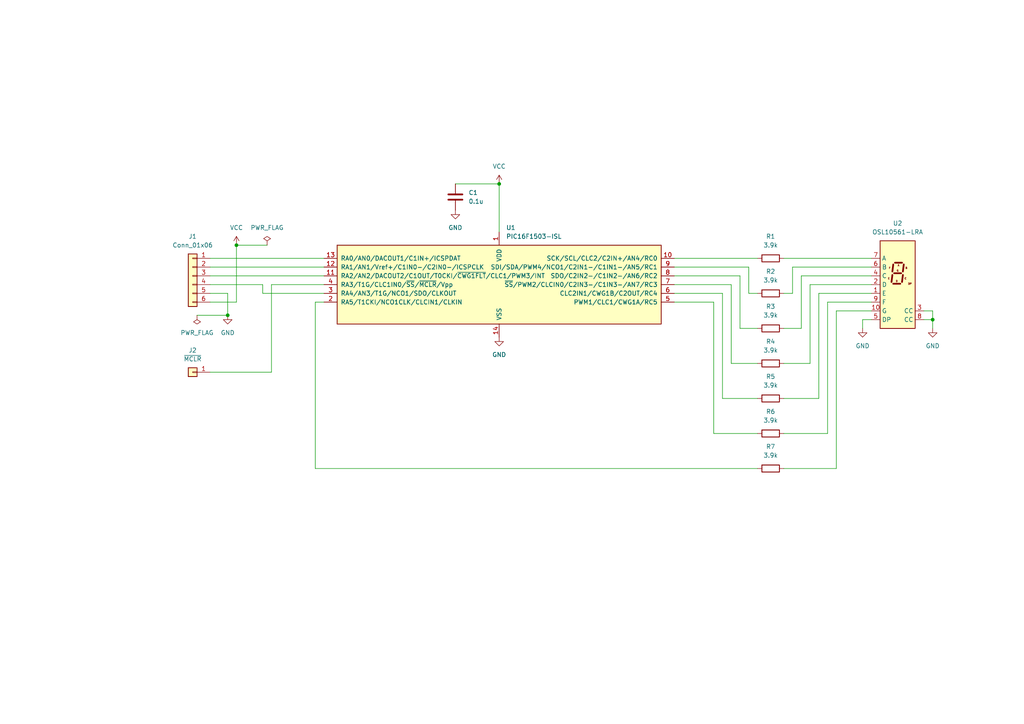
<source format=kicad_sch>
(kicad_sch (version 20211123) (generator eeschema)

  (uuid e63e39d7-6ac0-4ffd-8aa3-1841a4541b55)

  (paper "A4")

  (title_block
    (title "1-Digit 7seg Board")
    (rev "v1.0")
  )

  (lib_symbols
    (symbol "Connector_Generic:Conn_01x01" (pin_names (offset 1.016) hide) (in_bom yes) (on_board yes)
      (property "Reference" "J" (id 0) (at 0 2.54 0)
        (effects (font (size 1.27 1.27)))
      )
      (property "Value" "Conn_01x01" (id 1) (at 0 -2.54 0)
        (effects (font (size 1.27 1.27)))
      )
      (property "Footprint" "" (id 2) (at 0 0 0)
        (effects (font (size 1.27 1.27)) hide)
      )
      (property "Datasheet" "~" (id 3) (at 0 0 0)
        (effects (font (size 1.27 1.27)) hide)
      )
      (property "ki_keywords" "connector" (id 4) (at 0 0 0)
        (effects (font (size 1.27 1.27)) hide)
      )
      (property "ki_description" "Generic connector, single row, 01x01, script generated (kicad-library-utils/schlib/autogen/connector/)" (id 5) (at 0 0 0)
        (effects (font (size 1.27 1.27)) hide)
      )
      (property "ki_fp_filters" "Connector*:*_1x??_*" (id 6) (at 0 0 0)
        (effects (font (size 1.27 1.27)) hide)
      )
      (symbol "Conn_01x01_1_1"
        (rectangle (start -1.27 0.127) (end 0 -0.127)
          (stroke (width 0.1524) (type default) (color 0 0 0 0))
          (fill (type none))
        )
        (rectangle (start -1.27 1.27) (end 1.27 -1.27)
          (stroke (width 0.254) (type default) (color 0 0 0 0))
          (fill (type background))
        )
        (pin passive line (at -5.08 0 0) (length 3.81)
          (name "Pin_1" (effects (font (size 1.27 1.27))))
          (number "1" (effects (font (size 1.27 1.27))))
        )
      )
    )
    (symbol "Connector_Generic:Conn_01x06" (pin_names (offset 1.016) hide) (in_bom yes) (on_board yes)
      (property "Reference" "J" (id 0) (at 0 7.62 0)
        (effects (font (size 1.27 1.27)))
      )
      (property "Value" "Conn_01x06" (id 1) (at 0 -10.16 0)
        (effects (font (size 1.27 1.27)))
      )
      (property "Footprint" "" (id 2) (at 0 0 0)
        (effects (font (size 1.27 1.27)) hide)
      )
      (property "Datasheet" "~" (id 3) (at 0 0 0)
        (effects (font (size 1.27 1.27)) hide)
      )
      (property "ki_keywords" "connector" (id 4) (at 0 0 0)
        (effects (font (size 1.27 1.27)) hide)
      )
      (property "ki_description" "Generic connector, single row, 01x06, script generated (kicad-library-utils/schlib/autogen/connector/)" (id 5) (at 0 0 0)
        (effects (font (size 1.27 1.27)) hide)
      )
      (property "ki_fp_filters" "Connector*:*_1x??_*" (id 6) (at 0 0 0)
        (effects (font (size 1.27 1.27)) hide)
      )
      (symbol "Conn_01x06_1_1"
        (rectangle (start -1.27 -7.493) (end 0 -7.747)
          (stroke (width 0.1524) (type default) (color 0 0 0 0))
          (fill (type none))
        )
        (rectangle (start -1.27 -4.953) (end 0 -5.207)
          (stroke (width 0.1524) (type default) (color 0 0 0 0))
          (fill (type none))
        )
        (rectangle (start -1.27 -2.413) (end 0 -2.667)
          (stroke (width 0.1524) (type default) (color 0 0 0 0))
          (fill (type none))
        )
        (rectangle (start -1.27 0.127) (end 0 -0.127)
          (stroke (width 0.1524) (type default) (color 0 0 0 0))
          (fill (type none))
        )
        (rectangle (start -1.27 2.667) (end 0 2.413)
          (stroke (width 0.1524) (type default) (color 0 0 0 0))
          (fill (type none))
        )
        (rectangle (start -1.27 5.207) (end 0 4.953)
          (stroke (width 0.1524) (type default) (color 0 0 0 0))
          (fill (type none))
        )
        (rectangle (start -1.27 6.35) (end 1.27 -8.89)
          (stroke (width 0.254) (type default) (color 0 0 0 0))
          (fill (type background))
        )
        (pin passive line (at -5.08 5.08 0) (length 3.81)
          (name "Pin_1" (effects (font (size 1.27 1.27))))
          (number "1" (effects (font (size 1.27 1.27))))
        )
        (pin passive line (at -5.08 2.54 0) (length 3.81)
          (name "Pin_2" (effects (font (size 1.27 1.27))))
          (number "2" (effects (font (size 1.27 1.27))))
        )
        (pin passive line (at -5.08 0 0) (length 3.81)
          (name "Pin_3" (effects (font (size 1.27 1.27))))
          (number "3" (effects (font (size 1.27 1.27))))
        )
        (pin passive line (at -5.08 -2.54 0) (length 3.81)
          (name "Pin_4" (effects (font (size 1.27 1.27))))
          (number "4" (effects (font (size 1.27 1.27))))
        )
        (pin passive line (at -5.08 -5.08 0) (length 3.81)
          (name "Pin_5" (effects (font (size 1.27 1.27))))
          (number "5" (effects (font (size 1.27 1.27))))
        )
        (pin passive line (at -5.08 -7.62 0) (length 3.81)
          (name "Pin_6" (effects (font (size 1.27 1.27))))
          (number "6" (effects (font (size 1.27 1.27))))
        )
      )
    )
    (symbol "Device:C" (pin_numbers hide) (pin_names (offset 0.254)) (in_bom yes) (on_board yes)
      (property "Reference" "C" (id 0) (at 0.635 2.54 0)
        (effects (font (size 1.27 1.27)) (justify left))
      )
      (property "Value" "C" (id 1) (at 0.635 -2.54 0)
        (effects (font (size 1.27 1.27)) (justify left))
      )
      (property "Footprint" "" (id 2) (at 0.9652 -3.81 0)
        (effects (font (size 1.27 1.27)) hide)
      )
      (property "Datasheet" "~" (id 3) (at 0 0 0)
        (effects (font (size 1.27 1.27)) hide)
      )
      (property "ki_keywords" "cap capacitor" (id 4) (at 0 0 0)
        (effects (font (size 1.27 1.27)) hide)
      )
      (property "ki_description" "Unpolarized capacitor" (id 5) (at 0 0 0)
        (effects (font (size 1.27 1.27)) hide)
      )
      (property "ki_fp_filters" "C_*" (id 6) (at 0 0 0)
        (effects (font (size 1.27 1.27)) hide)
      )
      (symbol "C_0_1"
        (polyline
          (pts
            (xy -2.032 -0.762)
            (xy 2.032 -0.762)
          )
          (stroke (width 0.508) (type default) (color 0 0 0 0))
          (fill (type none))
        )
        (polyline
          (pts
            (xy -2.032 0.762)
            (xy 2.032 0.762)
          )
          (stroke (width 0.508) (type default) (color 0 0 0 0))
          (fill (type none))
        )
      )
      (symbol "C_1_1"
        (pin passive line (at 0 3.81 270) (length 2.794)
          (name "~" (effects (font (size 1.27 1.27))))
          (number "1" (effects (font (size 1.27 1.27))))
        )
        (pin passive line (at 0 -3.81 90) (length 2.794)
          (name "~" (effects (font (size 1.27 1.27))))
          (number "2" (effects (font (size 1.27 1.27))))
        )
      )
    )
    (symbol "Device:R" (pin_numbers hide) (pin_names (offset 0)) (in_bom yes) (on_board yes)
      (property "Reference" "R" (id 0) (at 2.032 0 90)
        (effects (font (size 1.27 1.27)))
      )
      (property "Value" "R" (id 1) (at 0 0 90)
        (effects (font (size 1.27 1.27)))
      )
      (property "Footprint" "" (id 2) (at -1.778 0 90)
        (effects (font (size 1.27 1.27)) hide)
      )
      (property "Datasheet" "~" (id 3) (at 0 0 0)
        (effects (font (size 1.27 1.27)) hide)
      )
      (property "ki_keywords" "R res resistor" (id 4) (at 0 0 0)
        (effects (font (size 1.27 1.27)) hide)
      )
      (property "ki_description" "Resistor" (id 5) (at 0 0 0)
        (effects (font (size 1.27 1.27)) hide)
      )
      (property "ki_fp_filters" "R_*" (id 6) (at 0 0 0)
        (effects (font (size 1.27 1.27)) hide)
      )
      (symbol "R_0_1"
        (rectangle (start -1.016 -2.54) (end 1.016 2.54)
          (stroke (width 0.254) (type default) (color 0 0 0 0))
          (fill (type none))
        )
      )
      (symbol "R_1_1"
        (pin passive line (at 0 3.81 270) (length 1.27)
          (name "~" (effects (font (size 1.27 1.27))))
          (number "1" (effects (font (size 1.27 1.27))))
        )
        (pin passive line (at 0 -3.81 90) (length 1.27)
          (name "~" (effects (font (size 1.27 1.27))))
          (number "2" (effects (font (size 1.27 1.27))))
        )
      )
    )
    (symbol "Display_Character:D148K" (in_bom yes) (on_board yes)
      (property "Reference" "U" (id 0) (at -2.54 13.97 0)
        (effects (font (size 1.27 1.27)) (justify right))
      )
      (property "Value" "D148K" (id 1) (at 1.27 13.97 0)
        (effects (font (size 1.27 1.27)) (justify left))
      )
      (property "Footprint" "Display_7Segment:D1X8K" (id 2) (at 0 -15.24 0)
        (effects (font (size 1.27 1.27)) hide)
      )
      (property "Datasheet" "https://ia800903.us.archive.org/24/items/CTKD1x8K/Cromatek%20D168K.pdf" (id 3) (at -12.7 12.065 0)
        (effects (font (size 1.27 1.27)) (justify left) hide)
      )
      (property "ki_keywords" "display LED 7-segment" (id 4) (at 0 0 0)
        (effects (font (size 1.27 1.27)) hide)
      )
      (property "ki_description" "One digit 7 segment yellowish-green LED, low current, common cathode" (id 5) (at 0 0 0)
        (effects (font (size 1.27 1.27)) hide)
      )
      (property "ki_fp_filters" "D1X8K*" (id 6) (at 0 0 0)
        (effects (font (size 1.27 1.27)) hide)
      )
      (symbol "D148K_0_0"
        (text "A" (at 0.254 5.588 0)
          (effects (font (size 0.508 0.508)))
        )
        (text "B" (at 2.54 4.826 0)
          (effects (font (size 0.508 0.508)))
        )
        (text "C" (at 2.286 1.778 0)
          (effects (font (size 0.508 0.508)))
        )
        (text "D" (at -0.254 1.016 0)
          (effects (font (size 0.508 0.508)))
        )
        (text "DP" (at 3.556 0.254 0)
          (effects (font (size 0.508 0.508)))
        )
        (text "E" (at -2.54 1.778 0)
          (effects (font (size 0.508 0.508)))
        )
        (text "F" (at -2.286 4.826 0)
          (effects (font (size 0.508 0.508)))
        )
        (text "G" (at 0 4.064 0)
          (effects (font (size 0.508 0.508)))
        )
      )
      (symbol "D148K_0_1"
        (rectangle (start -5.08 12.7) (end 5.08 -12.7)
          (stroke (width 0.254) (type default) (color 0 0 0 0))
          (fill (type background))
        )
        (polyline
          (pts
            (xy -1.524 2.794)
            (xy -1.778 0.762)
          )
          (stroke (width 0.508) (type default) (color 0 0 0 0))
          (fill (type none))
        )
        (polyline
          (pts
            (xy -1.27 0.254)
            (xy 0.762 0.254)
          )
          (stroke (width 0.508) (type default) (color 0 0 0 0))
          (fill (type none))
        )
        (polyline
          (pts
            (xy -1.27 5.842)
            (xy -1.524 3.81)
          )
          (stroke (width 0.508) (type default) (color 0 0 0 0))
          (fill (type none))
        )
        (polyline
          (pts
            (xy -1.016 3.302)
            (xy 1.016 3.302)
          )
          (stroke (width 0.508) (type default) (color 0 0 0 0))
          (fill (type none))
        )
        (polyline
          (pts
            (xy -0.762 6.35)
            (xy 1.27 6.35)
          )
          (stroke (width 0.508) (type default) (color 0 0 0 0))
          (fill (type none))
        )
        (polyline
          (pts
            (xy 1.524 2.794)
            (xy 1.27 0.762)
          )
          (stroke (width 0.508) (type default) (color 0 0 0 0))
          (fill (type none))
        )
        (polyline
          (pts
            (xy 1.778 5.842)
            (xy 1.524 3.81)
          )
          (stroke (width 0.508) (type default) (color 0 0 0 0))
          (fill (type none))
        )
        (polyline
          (pts
            (xy 2.54 0.254)
            (xy 2.54 0.254)
          )
          (stroke (width 0.508) (type default) (color 0 0 0 0))
          (fill (type none))
        )
      )
      (symbol "D148K_1_1"
        (pin input line (at -7.62 -2.54 0) (length 2.54)
          (name "E" (effects (font (size 1.27 1.27))))
          (number "1" (effects (font (size 1.27 1.27))))
        )
        (pin input line (at -7.62 -7.62 0) (length 2.54)
          (name "G" (effects (font (size 1.27 1.27))))
          (number "10" (effects (font (size 1.27 1.27))))
        )
        (pin input line (at -7.62 0 0) (length 2.54)
          (name "D" (effects (font (size 1.27 1.27))))
          (number "2" (effects (font (size 1.27 1.27))))
        )
        (pin input line (at 7.62 -7.62 180) (length 2.54)
          (name "CC" (effects (font (size 1.27 1.27))))
          (number "3" (effects (font (size 1.27 1.27))))
        )
        (pin input line (at -7.62 2.54 0) (length 2.54)
          (name "C" (effects (font (size 1.27 1.27))))
          (number "4" (effects (font (size 1.27 1.27))))
        )
        (pin input line (at -7.62 -10.16 0) (length 2.54)
          (name "DP" (effects (font (size 1.27 1.27))))
          (number "5" (effects (font (size 1.27 1.27))))
        )
        (pin input line (at -7.62 5.08 0) (length 2.54)
          (name "B" (effects (font (size 1.27 1.27))))
          (number "6" (effects (font (size 1.27 1.27))))
        )
        (pin input line (at -7.62 7.62 0) (length 2.54)
          (name "A" (effects (font (size 1.27 1.27))))
          (number "7" (effects (font (size 1.27 1.27))))
        )
        (pin input line (at 7.62 -10.16 180) (length 2.54)
          (name "CC" (effects (font (size 1.27 1.27))))
          (number "8" (effects (font (size 1.27 1.27))))
        )
        (pin input line (at -7.62 -5.08 0) (length 2.54)
          (name "F" (effects (font (size 1.27 1.27))))
          (number "9" (effects (font (size 1.27 1.27))))
        )
      )
    )
    (symbol "MCU_Microchip_PIC16:PIC16F1503-ISL" (pin_names (offset 1.016)) (in_bom yes) (on_board yes)
      (property "Reference" "U" (id 0) (at -46.99 15.24 0)
        (effects (font (size 1.27 1.27)) (justify left))
      )
      (property "Value" "PIC16F1503-ISL" (id 1) (at -46.99 12.7 0)
        (effects (font (size 1.27 1.27)) (justify left))
      )
      (property "Footprint" "" (id 2) (at 0 0 0)
        (effects (font (size 1.27 1.27)) hide)
      )
      (property "Datasheet" "http://ww1.microchip.com/downloads/en/DeviceDoc/41607A.pdf" (id 3) (at 0 0 0)
        (effects (font (size 1.27 1.27)) hide)
      )
      (property "ki_keywords" "FLASH-Based 8-Bit CMOS Microcontroller Low Power" (id 4) (at 0 0 0)
        (effects (font (size 1.27 1.27)) hide)
      )
      (property "ki_description" "PIC16F1503, 2048W FLASH, 128B SRAM, SO-14" (id 5) (at 0 0 0)
        (effects (font (size 1.27 1.27)) hide)
      )
      (property "ki_fp_filters" "DIP* PDIP* SO*" (id 6) (at 0 0 0)
        (effects (font (size 1.27 1.27)) hide)
      )
      (symbol "PIC16F1503-ISL_0_1"
        (rectangle (start -46.99 11.43) (end 46.99 -11.43)
          (stroke (width 0.254) (type default) (color 0 0 0 0))
          (fill (type background))
        )
      )
      (symbol "PIC16F1503-ISL_1_1"
        (pin power_in line (at 0 15.24 270) (length 3.81)
          (name "VDD" (effects (font (size 1.27 1.27))))
          (number "1" (effects (font (size 1.27 1.27))))
        )
        (pin bidirectional line (at 50.8 7.62 180) (length 3.81)
          (name "SCK/SCL/CLC2/C2IN+/AN4/RC0" (effects (font (size 1.27 1.27))))
          (number "10" (effects (font (size 1.27 1.27))))
        )
        (pin bidirectional line (at -50.8 2.54 0) (length 3.81)
          (name "RA2/AN2/DACOUT2/C1OUT/T0CKI/~{CWG1FLT}/CLC1/PWM3/INT" (effects (font (size 1.27 1.27))))
          (number "11" (effects (font (size 1.27 1.27))))
        )
        (pin bidirectional line (at -50.8 5.08 0) (length 3.81)
          (name "RA1/AN1/Vref+/C1IN0-/C2IN0-/ICSPCLK" (effects (font (size 1.27 1.27))))
          (number "12" (effects (font (size 1.27 1.27))))
        )
        (pin bidirectional line (at -50.8 7.62 0) (length 3.81)
          (name "RA0/AN0/DACOUT1/C1IN+/ICSPDAT" (effects (font (size 1.27 1.27))))
          (number "13" (effects (font (size 1.27 1.27))))
        )
        (pin power_in line (at 0 -15.24 90) (length 3.81)
          (name "VSS" (effects (font (size 1.27 1.27))))
          (number "14" (effects (font (size 1.27 1.27))))
        )
        (pin bidirectional line (at -50.8 -5.08 0) (length 3.81)
          (name "RA5/T1CKI/NCO1CLK/CLCIN1/CLKIN" (effects (font (size 1.27 1.27))))
          (number "2" (effects (font (size 1.27 1.27))))
        )
        (pin bidirectional line (at -50.8 -2.54 0) (length 3.81)
          (name "RA4/AN3/T1G/NCO1/SDO/CLKOUT" (effects (font (size 1.27 1.27))))
          (number "3" (effects (font (size 1.27 1.27))))
        )
        (pin input line (at -50.8 0 0) (length 3.81)
          (name "RA3/T1G/CLC1IN0/~{SS}/~{MCLR}/Vpp" (effects (font (size 1.27 1.27))))
          (number "4" (effects (font (size 1.27 1.27))))
        )
        (pin bidirectional line (at 50.8 -5.08 180) (length 3.81)
          (name "PWM1/CLC1/CWG1A/RC5" (effects (font (size 1.27 1.27))))
          (number "5" (effects (font (size 1.27 1.27))))
        )
        (pin bidirectional line (at 50.8 -2.54 180) (length 3.81)
          (name "CLC2IN1/CWG1B/C2OUT/RC4" (effects (font (size 1.27 1.27))))
          (number "6" (effects (font (size 1.27 1.27))))
        )
        (pin bidirectional line (at 50.8 0 180) (length 3.81)
          (name "~{SS}/PWM2/CLCIN0/C2IN3-/C1IN3-/AN7/RC3" (effects (font (size 1.27 1.27))))
          (number "7" (effects (font (size 1.27 1.27))))
        )
        (pin bidirectional line (at 50.8 2.54 180) (length 3.81)
          (name "SDO/C2IN2-/C1IN2-/AN6/RC2" (effects (font (size 1.27 1.27))))
          (number "8" (effects (font (size 1.27 1.27))))
        )
        (pin bidirectional line (at 50.8 5.08 180) (length 3.81)
          (name "SDI/SDA/PWM4/NCO1/C2IN1-/C1IN1-/AN5/RC1" (effects (font (size 1.27 1.27))))
          (number "9" (effects (font (size 1.27 1.27))))
        )
      )
    )
    (symbol "power:GND" (power) (pin_names (offset 0)) (in_bom yes) (on_board yes)
      (property "Reference" "#PWR" (id 0) (at 0 -6.35 0)
        (effects (font (size 1.27 1.27)) hide)
      )
      (property "Value" "GND" (id 1) (at 0 -3.81 0)
        (effects (font (size 1.27 1.27)))
      )
      (property "Footprint" "" (id 2) (at 0 0 0)
        (effects (font (size 1.27 1.27)) hide)
      )
      (property "Datasheet" "" (id 3) (at 0 0 0)
        (effects (font (size 1.27 1.27)) hide)
      )
      (property "ki_keywords" "power-flag" (id 4) (at 0 0 0)
        (effects (font (size 1.27 1.27)) hide)
      )
      (property "ki_description" "Power symbol creates a global label with name \"GND\" , ground" (id 5) (at 0 0 0)
        (effects (font (size 1.27 1.27)) hide)
      )
      (symbol "GND_0_1"
        (polyline
          (pts
            (xy 0 0)
            (xy 0 -1.27)
            (xy 1.27 -1.27)
            (xy 0 -2.54)
            (xy -1.27 -1.27)
            (xy 0 -1.27)
          )
          (stroke (width 0) (type default) (color 0 0 0 0))
          (fill (type none))
        )
      )
      (symbol "GND_1_1"
        (pin power_in line (at 0 0 270) (length 0) hide
          (name "GND" (effects (font (size 1.27 1.27))))
          (number "1" (effects (font (size 1.27 1.27))))
        )
      )
    )
    (symbol "power:PWR_FLAG" (power) (pin_numbers hide) (pin_names (offset 0) hide) (in_bom yes) (on_board yes)
      (property "Reference" "#FLG" (id 0) (at 0 1.905 0)
        (effects (font (size 1.27 1.27)) hide)
      )
      (property "Value" "PWR_FLAG" (id 1) (at 0 3.81 0)
        (effects (font (size 1.27 1.27)))
      )
      (property "Footprint" "" (id 2) (at 0 0 0)
        (effects (font (size 1.27 1.27)) hide)
      )
      (property "Datasheet" "~" (id 3) (at 0 0 0)
        (effects (font (size 1.27 1.27)) hide)
      )
      (property "ki_keywords" "power-flag" (id 4) (at 0 0 0)
        (effects (font (size 1.27 1.27)) hide)
      )
      (property "ki_description" "Special symbol for telling ERC where power comes from" (id 5) (at 0 0 0)
        (effects (font (size 1.27 1.27)) hide)
      )
      (symbol "PWR_FLAG_0_0"
        (pin power_out line (at 0 0 90) (length 0)
          (name "pwr" (effects (font (size 1.27 1.27))))
          (number "1" (effects (font (size 1.27 1.27))))
        )
      )
      (symbol "PWR_FLAG_0_1"
        (polyline
          (pts
            (xy 0 0)
            (xy 0 1.27)
            (xy -1.016 1.905)
            (xy 0 2.54)
            (xy 1.016 1.905)
            (xy 0 1.27)
          )
          (stroke (width 0) (type default) (color 0 0 0 0))
          (fill (type none))
        )
      )
    )
    (symbol "power:VCC" (power) (pin_names (offset 0)) (in_bom yes) (on_board yes)
      (property "Reference" "#PWR" (id 0) (at 0 -3.81 0)
        (effects (font (size 1.27 1.27)) hide)
      )
      (property "Value" "VCC" (id 1) (at 0 3.81 0)
        (effects (font (size 1.27 1.27)))
      )
      (property "Footprint" "" (id 2) (at 0 0 0)
        (effects (font (size 1.27 1.27)) hide)
      )
      (property "Datasheet" "" (id 3) (at 0 0 0)
        (effects (font (size 1.27 1.27)) hide)
      )
      (property "ki_keywords" "power-flag" (id 4) (at 0 0 0)
        (effects (font (size 1.27 1.27)) hide)
      )
      (property "ki_description" "Power symbol creates a global label with name \"VCC\"" (id 5) (at 0 0 0)
        (effects (font (size 1.27 1.27)) hide)
      )
      (symbol "VCC_0_1"
        (polyline
          (pts
            (xy -0.762 1.27)
            (xy 0 2.54)
          )
          (stroke (width 0) (type default) (color 0 0 0 0))
          (fill (type none))
        )
        (polyline
          (pts
            (xy 0 0)
            (xy 0 2.54)
          )
          (stroke (width 0) (type default) (color 0 0 0 0))
          (fill (type none))
        )
        (polyline
          (pts
            (xy 0 2.54)
            (xy 0.762 1.27)
          )
          (stroke (width 0) (type default) (color 0 0 0 0))
          (fill (type none))
        )
      )
      (symbol "VCC_1_1"
        (pin power_in line (at 0 0 90) (length 0) hide
          (name "VCC" (effects (font (size 1.27 1.27))))
          (number "1" (effects (font (size 1.27 1.27))))
        )
      )
    )
  )

  (junction (at 68.58 71.12) (diameter 0) (color 0 0 0 0)
    (uuid 2e58d3a2-ad43-40f3-af39-3957924e5d4a)
  )
  (junction (at 144.78 53.34) (diameter 0) (color 0 0 0 0)
    (uuid 502357b3-3e6f-425e-90a7-7267ee144b6d)
  )
  (junction (at 270.51 92.71) (diameter 0) (color 0 0 0 0)
    (uuid 63a1b0a4-566f-4856-a851-55ebb9fd3010)
  )
  (junction (at 66.04 91.44) (diameter 0) (color 0 0 0 0)
    (uuid f78d226c-8665-4a60-a0b4-6eb9954e30f0)
  )

  (wire (pts (xy 195.58 82.55) (xy 212.09 82.55))
    (stroke (width 0) (type default) (color 0 0 0 0))
    (uuid 04faea4b-5d30-4627-836a-894c21a15292)
  )
  (wire (pts (xy 234.95 105.41) (xy 227.33 105.41))
    (stroke (width 0) (type default) (color 0 0 0 0))
    (uuid 0d6c1a1a-175e-40e8-b2c5-e7836f213148)
  )
  (wire (pts (xy 60.96 74.93) (xy 93.98 74.93))
    (stroke (width 0) (type default) (color 0 0 0 0))
    (uuid 1d1fe625-377a-4403-bea7-6d33040af7e5)
  )
  (wire (pts (xy 93.98 85.09) (xy 76.2 85.09))
    (stroke (width 0) (type default) (color 0 0 0 0))
    (uuid 1d84e172-59fc-450b-9b07-58b6196918e2)
  )
  (wire (pts (xy 144.78 53.34) (xy 144.78 67.31))
    (stroke (width 0) (type default) (color 0 0 0 0))
    (uuid 253251ba-65c7-4cd6-a6ec-a3ecd33b1c86)
  )
  (wire (pts (xy 68.58 71.12) (xy 77.47 71.12))
    (stroke (width 0) (type default) (color 0 0 0 0))
    (uuid 2e08d814-84f6-4a44-bce8-c9d861c3bef8)
  )
  (wire (pts (xy 227.33 135.89) (xy 242.57 135.89))
    (stroke (width 0) (type default) (color 0 0 0 0))
    (uuid 3304dba0-2df0-4ddc-9327-df77da03c596)
  )
  (wire (pts (xy 207.01 87.63) (xy 207.01 125.73))
    (stroke (width 0) (type default) (color 0 0 0 0))
    (uuid 3378908d-6f5b-4f76-a17d-3bac146aae39)
  )
  (wire (pts (xy 240.03 125.73) (xy 227.33 125.73))
    (stroke (width 0) (type default) (color 0 0 0 0))
    (uuid 34aabfd9-15d3-40ea-a5fb-9126b9bd39b3)
  )
  (wire (pts (xy 227.33 85.09) (xy 229.87 85.09))
    (stroke (width 0) (type default) (color 0 0 0 0))
    (uuid 366db57c-af20-4e98-ab24-650d8df138fe)
  )
  (wire (pts (xy 234.95 82.55) (xy 234.95 105.41))
    (stroke (width 0) (type default) (color 0 0 0 0))
    (uuid 37f152c1-d315-4bbe-8faa-b26a9de1e1df)
  )
  (wire (pts (xy 267.97 90.17) (xy 270.51 90.17))
    (stroke (width 0) (type default) (color 0 0 0 0))
    (uuid 39533164-dad1-40f5-8172-02270f135064)
  )
  (wire (pts (xy 219.71 135.89) (xy 91.44 135.89))
    (stroke (width 0) (type default) (color 0 0 0 0))
    (uuid 3d85410f-1c90-4c32-b832-a14a94d5fcd0)
  )
  (wire (pts (xy 237.49 85.09) (xy 252.73 85.09))
    (stroke (width 0) (type default) (color 0 0 0 0))
    (uuid 43898aec-101e-4980-8d82-d429a940755d)
  )
  (wire (pts (xy 76.2 82.55) (xy 60.96 82.55))
    (stroke (width 0) (type default) (color 0 0 0 0))
    (uuid 4490b9bb-370f-4ce8-a4ba-de8a39ba03b4)
  )
  (wire (pts (xy 195.58 80.01) (xy 214.63 80.01))
    (stroke (width 0) (type default) (color 0 0 0 0))
    (uuid 48a50887-78a4-4271-9cac-aa78d2cdeb99)
  )
  (wire (pts (xy 207.01 125.73) (xy 219.71 125.73))
    (stroke (width 0) (type default) (color 0 0 0 0))
    (uuid 4924e666-cadc-4049-b5a1-392ea948319d)
  )
  (wire (pts (xy 195.58 87.63) (xy 207.01 87.63))
    (stroke (width 0) (type default) (color 0 0 0 0))
    (uuid 625090d6-fb43-430d-9365-2af13a51dcf0)
  )
  (wire (pts (xy 232.41 80.01) (xy 232.41 95.25))
    (stroke (width 0) (type default) (color 0 0 0 0))
    (uuid 67068058-5d03-4809-b7f2-69420a4a271c)
  )
  (wire (pts (xy 60.96 80.01) (xy 93.98 80.01))
    (stroke (width 0) (type default) (color 0 0 0 0))
    (uuid 69f58775-ad12-482e-9fd6-f2329395b7e3)
  )
  (wire (pts (xy 60.96 85.09) (xy 66.04 85.09))
    (stroke (width 0) (type default) (color 0 0 0 0))
    (uuid 6ba00b85-ed08-4c46-91c0-98a1b3c831ba)
  )
  (wire (pts (xy 229.87 77.47) (xy 252.73 77.47))
    (stroke (width 0) (type default) (color 0 0 0 0))
    (uuid 70b1bf1c-f78a-44e1-8ae2-9442befb589a)
  )
  (wire (pts (xy 78.74 107.95) (xy 60.96 107.95))
    (stroke (width 0) (type default) (color 0 0 0 0))
    (uuid 79418517-eeb2-4525-ae14-90996ff07705)
  )
  (wire (pts (xy 217.17 85.09) (xy 219.71 85.09))
    (stroke (width 0) (type default) (color 0 0 0 0))
    (uuid 7978dccd-b42b-417d-af3a-11f10ca325d9)
  )
  (wire (pts (xy 214.63 95.25) (xy 219.71 95.25))
    (stroke (width 0) (type default) (color 0 0 0 0))
    (uuid 85635b6d-e9ec-4d15-b96e-46e7c38db6ca)
  )
  (wire (pts (xy 270.51 92.71) (xy 270.51 95.25))
    (stroke (width 0) (type default) (color 0 0 0 0))
    (uuid 8c0ed984-e546-4b3d-9d9d-114ee43723af)
  )
  (wire (pts (xy 252.73 92.71) (xy 250.19 92.71))
    (stroke (width 0) (type default) (color 0 0 0 0))
    (uuid 8ff7525b-f78d-44bf-93a7-7229bc1091ac)
  )
  (wire (pts (xy 252.73 80.01) (xy 232.41 80.01))
    (stroke (width 0) (type default) (color 0 0 0 0))
    (uuid 920b44b3-4e8c-418e-a1b0-409b2bd80560)
  )
  (wire (pts (xy 60.96 77.47) (xy 93.98 77.47))
    (stroke (width 0) (type default) (color 0 0 0 0))
    (uuid 97e77020-493b-4e02-bb8c-2f8be737883f)
  )
  (wire (pts (xy 60.96 87.63) (xy 68.58 87.63))
    (stroke (width 0) (type default) (color 0 0 0 0))
    (uuid a300887e-3618-4486-93f7-c6c9dd850b8b)
  )
  (wire (pts (xy 91.44 135.89) (xy 91.44 87.63))
    (stroke (width 0) (type default) (color 0 0 0 0))
    (uuid a5c0c50e-0fe3-4ba9-b7f5-0611ef4a75d2)
  )
  (wire (pts (xy 212.09 105.41) (xy 219.71 105.41))
    (stroke (width 0) (type default) (color 0 0 0 0))
    (uuid a6577cbd-1a59-4d84-8f3f-e97698cccc1a)
  )
  (wire (pts (xy 195.58 85.09) (xy 209.55 85.09))
    (stroke (width 0) (type default) (color 0 0 0 0))
    (uuid a6805e1e-e8bb-47bb-bd02-439ff4769025)
  )
  (wire (pts (xy 132.08 53.34) (xy 144.78 53.34))
    (stroke (width 0) (type default) (color 0 0 0 0))
    (uuid a79226ed-ff5b-4b0b-8830-eab7b895b11a)
  )
  (wire (pts (xy 93.98 82.55) (xy 78.74 82.55))
    (stroke (width 0) (type default) (color 0 0 0 0))
    (uuid aa45525f-8965-4103-ba53-015620db15c1)
  )
  (wire (pts (xy 250.19 92.71) (xy 250.19 95.25))
    (stroke (width 0) (type default) (color 0 0 0 0))
    (uuid ba22cee6-4901-42e3-8a89-0152981fce84)
  )
  (wire (pts (xy 209.55 85.09) (xy 209.55 115.57))
    (stroke (width 0) (type default) (color 0 0 0 0))
    (uuid bd85cdd9-ca5c-4d1e-9fd7-dced17085cf9)
  )
  (wire (pts (xy 242.57 90.17) (xy 252.73 90.17))
    (stroke (width 0) (type default) (color 0 0 0 0))
    (uuid bdfc9e52-84c9-438d-a976-9c6e53dba84c)
  )
  (wire (pts (xy 227.33 74.93) (xy 252.73 74.93))
    (stroke (width 0) (type default) (color 0 0 0 0))
    (uuid c20964b2-9e37-40db-b22f-0ad4ea65ace9)
  )
  (wire (pts (xy 57.15 91.44) (xy 66.04 91.44))
    (stroke (width 0) (type default) (color 0 0 0 0))
    (uuid c20a0781-7e88-4351-9c0d-49b2f5bb0fac)
  )
  (wire (pts (xy 270.51 90.17) (xy 270.51 92.71))
    (stroke (width 0) (type default) (color 0 0 0 0))
    (uuid c85c6a47-2e1f-4919-bebe-a82dc9db567e)
  )
  (wire (pts (xy 267.97 92.71) (xy 270.51 92.71))
    (stroke (width 0) (type default) (color 0 0 0 0))
    (uuid cb8a60ac-e9c9-406d-9166-7811ed1d57f8)
  )
  (wire (pts (xy 232.41 95.25) (xy 227.33 95.25))
    (stroke (width 0) (type default) (color 0 0 0 0))
    (uuid cf694585-a5a5-42d7-8fa8-560fcbe42e6e)
  )
  (wire (pts (xy 78.74 82.55) (xy 78.74 107.95))
    (stroke (width 0) (type default) (color 0 0 0 0))
    (uuid d2bb2ea2-87c2-468e-9ef5-1fe468323a9a)
  )
  (wire (pts (xy 252.73 87.63) (xy 240.03 87.63))
    (stroke (width 0) (type default) (color 0 0 0 0))
    (uuid d66b744d-289d-4457-9b1c-4202e270fb1d)
  )
  (wire (pts (xy 76.2 85.09) (xy 76.2 82.55))
    (stroke (width 0) (type default) (color 0 0 0 0))
    (uuid d6cce2ce-b90d-4468-bd04-ac38e564b7df)
  )
  (wire (pts (xy 91.44 87.63) (xy 93.98 87.63))
    (stroke (width 0) (type default) (color 0 0 0 0))
    (uuid d7914de2-668b-4b91-a750-39626d366284)
  )
  (wire (pts (xy 252.73 82.55) (xy 234.95 82.55))
    (stroke (width 0) (type default) (color 0 0 0 0))
    (uuid d8be3bac-023d-4a05-a41e-3ece6354659c)
  )
  (wire (pts (xy 217.17 77.47) (xy 217.17 85.09))
    (stroke (width 0) (type default) (color 0 0 0 0))
    (uuid d92b0bec-b24b-4172-8993-81116ed7c176)
  )
  (wire (pts (xy 209.55 115.57) (xy 219.71 115.57))
    (stroke (width 0) (type default) (color 0 0 0 0))
    (uuid dc2d2bdb-b879-439d-8aed-9df71e326925)
  )
  (wire (pts (xy 66.04 85.09) (xy 66.04 91.44))
    (stroke (width 0) (type default) (color 0 0 0 0))
    (uuid e41aa4b0-e74c-43a7-ab93-48f42d03ad18)
  )
  (wire (pts (xy 195.58 74.93) (xy 219.71 74.93))
    (stroke (width 0) (type default) (color 0 0 0 0))
    (uuid eeca2b40-39a7-4ba4-8633-5e2d287fbcb4)
  )
  (wire (pts (xy 237.49 115.57) (xy 237.49 85.09))
    (stroke (width 0) (type default) (color 0 0 0 0))
    (uuid f08b7a13-6602-4e2b-af41-f25ffa9d0be4)
  )
  (wire (pts (xy 68.58 87.63) (xy 68.58 71.12))
    (stroke (width 0) (type default) (color 0 0 0 0))
    (uuid f1112249-d8fd-471e-a3e9-6fec1a633879)
  )
  (wire (pts (xy 212.09 82.55) (xy 212.09 105.41))
    (stroke (width 0) (type default) (color 0 0 0 0))
    (uuid f49aa803-08a2-40cb-a222-3169ca9d3517)
  )
  (wire (pts (xy 242.57 135.89) (xy 242.57 90.17))
    (stroke (width 0) (type default) (color 0 0 0 0))
    (uuid f787142f-2861-4fa7-910c-55a33de1fa8b)
  )
  (wire (pts (xy 195.58 77.47) (xy 217.17 77.47))
    (stroke (width 0) (type default) (color 0 0 0 0))
    (uuid f79a3b16-ef42-43ff-9da3-cdd5bae8d16b)
  )
  (wire (pts (xy 240.03 87.63) (xy 240.03 125.73))
    (stroke (width 0) (type default) (color 0 0 0 0))
    (uuid f85fb671-d47b-47d0-93e2-9c6c7be2525a)
  )
  (wire (pts (xy 229.87 85.09) (xy 229.87 77.47))
    (stroke (width 0) (type default) (color 0 0 0 0))
    (uuid fd0b58fe-69dc-4b2f-82cc-891524aa8202)
  )
  (wire (pts (xy 227.33 115.57) (xy 237.49 115.57))
    (stroke (width 0) (type default) (color 0 0 0 0))
    (uuid fe948793-558f-4391-8199-624dbe3219f5)
  )
  (wire (pts (xy 214.63 80.01) (xy 214.63 95.25))
    (stroke (width 0) (type default) (color 0 0 0 0))
    (uuid fec60f5e-ad4f-46cd-9c0d-f63c93266af2)
  )

  (symbol (lib_id "Device:R") (at 223.52 85.09 90) (unit 1)
    (in_bom yes) (on_board yes) (fields_autoplaced)
    (uuid 0283b9ce-2dd6-4090-ab5e-478466ed0609)
    (property "Reference" "R2" (id 0) (at 223.52 78.74 90))
    (property "Value" "3.9k" (id 1) (at 223.52 81.28 90))
    (property "Footprint" "Resistor_SMD:R_0805_2012Metric_Pad1.20x1.40mm_HandSolder" (id 2) (at 223.52 86.868 90)
      (effects (font (size 1.27 1.27)) hide)
    )
    (property "Datasheet" "~" (id 3) (at 223.52 85.09 0)
      (effects (font (size 1.27 1.27)) hide)
    )
    (pin "1" (uuid 1a7fc695-3a37-448c-9825-15fc0299dd48))
    (pin "2" (uuid b99a4429-6346-416c-8bf8-838ef7ae4a4d))
  )

  (symbol (lib_id "MCU_Microchip_PIC16:PIC16F1503-ISL") (at 144.78 82.55 0) (unit 1)
    (in_bom yes) (on_board yes) (fields_autoplaced)
    (uuid 03cc8415-eebf-4a5c-ab19-44f88336b0b6)
    (property "Reference" "U1" (id 0) (at 146.7994 66.04 0)
      (effects (font (size 1.27 1.27)) (justify left))
    )
    (property "Value" "PIC16F1503-ISL" (id 1) (at 146.7994 68.58 0)
      (effects (font (size 1.27 1.27)) (justify left))
    )
    (property "Footprint" "Package_SO:SO-14_3.9x8.65mm_P1.27mm" (id 2) (at 144.78 82.55 0)
      (effects (font (size 1.27 1.27)) hide)
    )
    (property "Datasheet" "http://ww1.microchip.com/downloads/en/DeviceDoc/41607A.pdf" (id 3) (at 144.78 82.55 0)
      (effects (font (size 1.27 1.27)) hide)
    )
    (pin "1" (uuid 86de4ddf-d43a-4f36-b0f3-5a169286f341))
    (pin "10" (uuid 97bf3737-ccff-4581-9b59-ee01090732fb))
    (pin "11" (uuid 96031465-d3a9-41d3-ae75-8bacd78d3b0b))
    (pin "12" (uuid 9bee20ca-f928-4382-a0a3-ea84cc6f7ab5))
    (pin "13" (uuid 43cc368e-4915-491d-a959-587ee1a58f20))
    (pin "14" (uuid 531073ef-6d5c-421e-b8f5-49e402c33432))
    (pin "2" (uuid a18d6495-cf46-44b6-991e-be83e928a500))
    (pin "3" (uuid 61c2b459-e28e-4686-b9d2-432b81df13d1))
    (pin "4" (uuid c3bdb2a5-2c7e-47d4-86b1-9d26bdc9aeb6))
    (pin "5" (uuid a620e621-1b7e-4b19-8287-961a171e5b5f))
    (pin "6" (uuid 554214d2-daab-4520-80ec-601b7eccd28f))
    (pin "7" (uuid ebc4415c-8d4a-421a-8be3-ffc1aa524126))
    (pin "8" (uuid 09a932de-1c91-4c68-b7e2-a313cdf52b1c))
    (pin "9" (uuid 76610d91-facf-4235-900b-9058d28275cf))
  )

  (symbol (lib_id "power:GND") (at 250.19 95.25 0) (unit 1)
    (in_bom yes) (on_board yes) (fields_autoplaced)
    (uuid 26a4715c-03a4-47e7-9dac-9de0762cea23)
    (property "Reference" "#PWR0108" (id 0) (at 250.19 101.6 0)
      (effects (font (size 1.27 1.27)) hide)
    )
    (property "Value" "GND" (id 1) (at 250.19 100.33 0))
    (property "Footprint" "" (id 2) (at 250.19 95.25 0)
      (effects (font (size 1.27 1.27)) hide)
    )
    (property "Datasheet" "" (id 3) (at 250.19 95.25 0)
      (effects (font (size 1.27 1.27)) hide)
    )
    (pin "1" (uuid 974ab17a-567a-4427-ab2b-085fafe9f8f3))
  )

  (symbol (lib_id "power:VCC") (at 144.78 53.34 0) (unit 1)
    (in_bom yes) (on_board yes) (fields_autoplaced)
    (uuid 37f5ad0b-1bb1-48c1-a4b1-e6218834d7e9)
    (property "Reference" "#PWR0105" (id 0) (at 144.78 57.15 0)
      (effects (font (size 1.27 1.27)) hide)
    )
    (property "Value" "VCC" (id 1) (at 144.78 48.26 0))
    (property "Footprint" "" (id 2) (at 144.78 53.34 0)
      (effects (font (size 1.27 1.27)) hide)
    )
    (property "Datasheet" "" (id 3) (at 144.78 53.34 0)
      (effects (font (size 1.27 1.27)) hide)
    )
    (pin "1" (uuid cec368eb-1936-4a5e-a255-21c7c92e7158))
  )

  (symbol (lib_id "power:PWR_FLAG") (at 57.15 91.44 0) (mirror x) (unit 1)
    (in_bom yes) (on_board yes) (fields_autoplaced)
    (uuid 3985d0e2-16a2-43f2-be84-0ae03aa87f22)
    (property "Reference" "#FLG0101" (id 0) (at 57.15 93.345 0)
      (effects (font (size 1.27 1.27)) hide)
    )
    (property "Value" "PWR_FLAG" (id 1) (at 57.15 96.52 0))
    (property "Footprint" "" (id 2) (at 57.15 91.44 0)
      (effects (font (size 1.27 1.27)) hide)
    )
    (property "Datasheet" "~" (id 3) (at 57.15 91.44 0)
      (effects (font (size 1.27 1.27)) hide)
    )
    (pin "1" (uuid e698b87a-b38c-4487-8903-20b01ec38f4a))
  )

  (symbol (lib_id "Connector_Generic:Conn_01x01") (at 55.88 107.95 0) (mirror y) (unit 1)
    (in_bom yes) (on_board yes) (fields_autoplaced)
    (uuid 46c02967-2510-4b7a-b056-f09d452d7da2)
    (property "Reference" "J2" (id 0) (at 55.88 101.6 0))
    (property "Value" "~{MCLR}" (id 1) (at 55.88 104.14 0))
    (property "Footprint" "Connector_PinHeader_2.54mm:PinHeader_1x01_P2.54mm_Vertical" (id 2) (at 55.88 107.95 0)
      (effects (font (size 1.27 1.27)) hide)
    )
    (property "Datasheet" "~" (id 3) (at 55.88 107.95 0)
      (effects (font (size 1.27 1.27)) hide)
    )
    (pin "1" (uuid 38b827a5-3327-4916-8059-ba21f3959da6))
  )

  (symbol (lib_id "Device:R") (at 223.52 95.25 90) (unit 1)
    (in_bom yes) (on_board yes) (fields_autoplaced)
    (uuid 4a453a24-28ca-499a-b93c-998f0a8f8cbb)
    (property "Reference" "R3" (id 0) (at 223.52 88.9 90))
    (property "Value" "3.9k" (id 1) (at 223.52 91.44 90))
    (property "Footprint" "Resistor_SMD:R_0805_2012Metric_Pad1.20x1.40mm_HandSolder" (id 2) (at 223.52 97.028 90)
      (effects (font (size 1.27 1.27)) hide)
    )
    (property "Datasheet" "~" (id 3) (at 223.52 95.25 0)
      (effects (font (size 1.27 1.27)) hide)
    )
    (pin "1" (uuid 117a19ad-56d8-437c-8b8d-bf91e81c41e9))
    (pin "2" (uuid 33d2728b-1827-422e-beba-d9531ae82dca))
  )

  (symbol (lib_id "Device:R") (at 223.52 125.73 90) (unit 1)
    (in_bom yes) (on_board yes) (fields_autoplaced)
    (uuid 4acc2ae9-1bb4-4de4-a29f-61b58b7cd7dd)
    (property "Reference" "R6" (id 0) (at 223.52 119.38 90))
    (property "Value" "3.9k" (id 1) (at 223.52 121.92 90))
    (property "Footprint" "Resistor_SMD:R_0805_2012Metric_Pad1.20x1.40mm_HandSolder" (id 2) (at 223.52 127.508 90)
      (effects (font (size 1.27 1.27)) hide)
    )
    (property "Datasheet" "~" (id 3) (at 223.52 125.73 0)
      (effects (font (size 1.27 1.27)) hide)
    )
    (pin "1" (uuid a15aa84d-60c5-4372-9746-a6552b5ce22b))
    (pin "2" (uuid 79959112-b148-4c86-9e18-7b23be4891a5))
  )

  (symbol (lib_id "Device:R") (at 223.52 135.89 90) (unit 1)
    (in_bom yes) (on_board yes) (fields_autoplaced)
    (uuid 763b9938-f742-4868-bc2c-07e59973ae73)
    (property "Reference" "R7" (id 0) (at 223.52 129.54 90))
    (property "Value" "3.9k" (id 1) (at 223.52 132.08 90))
    (property "Footprint" "Resistor_SMD:R_0805_2012Metric_Pad1.20x1.40mm_HandSolder" (id 2) (at 223.52 137.668 90)
      (effects (font (size 1.27 1.27)) hide)
    )
    (property "Datasheet" "~" (id 3) (at 223.52 135.89 0)
      (effects (font (size 1.27 1.27)) hide)
    )
    (pin "1" (uuid a8897b9a-423c-44ce-9b18-40d0a8293118))
    (pin "2" (uuid 144c2c68-be7e-41db-9ea6-30aff92d1803))
  )

  (symbol (lib_id "power:GND") (at 144.78 97.79 0) (unit 1)
    (in_bom yes) (on_board yes) (fields_autoplaced)
    (uuid 7c516d1c-50a2-44a2-8220-4d01906fc98e)
    (property "Reference" "#PWR0106" (id 0) (at 144.78 104.14 0)
      (effects (font (size 1.27 1.27)) hide)
    )
    (property "Value" "GND" (id 1) (at 144.78 102.87 0))
    (property "Footprint" "" (id 2) (at 144.78 97.79 0)
      (effects (font (size 1.27 1.27)) hide)
    )
    (property "Datasheet" "" (id 3) (at 144.78 97.79 0)
      (effects (font (size 1.27 1.27)) hide)
    )
    (pin "1" (uuid 36760d4a-f556-46ce-84f1-a1c51caf80df))
  )

  (symbol (lib_id "Device:R") (at 223.52 74.93 90) (unit 1)
    (in_bom yes) (on_board yes) (fields_autoplaced)
    (uuid 8d1e9f7e-d56d-499a-b443-f648043686a9)
    (property "Reference" "R1" (id 0) (at 223.52 68.58 90))
    (property "Value" "3.9k" (id 1) (at 223.52 71.12 90))
    (property "Footprint" "Resistor_SMD:R_0805_2012Metric_Pad1.20x1.40mm_HandSolder" (id 2) (at 223.52 76.708 90)
      (effects (font (size 1.27 1.27)) hide)
    )
    (property "Datasheet" "~" (id 3) (at 223.52 74.93 0)
      (effects (font (size 1.27 1.27)) hide)
    )
    (pin "1" (uuid 9a66706f-6d9a-490f-bbbd-135f3a6df738))
    (pin "2" (uuid 8548a743-accd-461e-8573-2a04437c619e))
  )

  (symbol (lib_id "power:GND") (at 270.51 95.25 0) (unit 1)
    (in_bom yes) (on_board yes) (fields_autoplaced)
    (uuid a4324fea-37f5-4cbf-997b-9cf26ec97be2)
    (property "Reference" "#PWR0109" (id 0) (at 270.51 101.6 0)
      (effects (font (size 1.27 1.27)) hide)
    )
    (property "Value" "GND" (id 1) (at 270.51 100.33 0))
    (property "Footprint" "" (id 2) (at 270.51 95.25 0)
      (effects (font (size 1.27 1.27)) hide)
    )
    (property "Datasheet" "" (id 3) (at 270.51 95.25 0)
      (effects (font (size 1.27 1.27)) hide)
    )
    (pin "1" (uuid 74ff4524-eb61-4791-972c-bc786077f68d))
  )

  (symbol (lib_id "Device:R") (at 223.52 115.57 90) (unit 1)
    (in_bom yes) (on_board yes) (fields_autoplaced)
    (uuid a767c7d1-d95b-4a49-85ba-1c89e8982f59)
    (property "Reference" "R5" (id 0) (at 223.52 109.22 90))
    (property "Value" "3.9k" (id 1) (at 223.52 111.76 90))
    (property "Footprint" "Resistor_SMD:R_0805_2012Metric_Pad1.20x1.40mm_HandSolder" (id 2) (at 223.52 117.348 90)
      (effects (font (size 1.27 1.27)) hide)
    )
    (property "Datasheet" "~" (id 3) (at 223.52 115.57 0)
      (effects (font (size 1.27 1.27)) hide)
    )
    (pin "1" (uuid cf22bafa-e902-405c-95bc-1d16b6332bda))
    (pin "2" (uuid 5cc9b27f-dfc8-4dd9-ac81-71a996925870))
  )

  (symbol (lib_id "power:VCC") (at 68.58 71.12 0) (unit 1)
    (in_bom yes) (on_board yes) (fields_autoplaced)
    (uuid a78cb8a5-fd81-4136-995a-0e7ca3619782)
    (property "Reference" "#PWR0104" (id 0) (at 68.58 74.93 0)
      (effects (font (size 1.27 1.27)) hide)
    )
    (property "Value" "VCC" (id 1) (at 68.58 66.04 0))
    (property "Footprint" "" (id 2) (at 68.58 71.12 0)
      (effects (font (size 1.27 1.27)) hide)
    )
    (property "Datasheet" "" (id 3) (at 68.58 71.12 0)
      (effects (font (size 1.27 1.27)) hide)
    )
    (pin "1" (uuid 277337c2-8b08-4bed-a885-4a8adba6aa1b))
  )

  (symbol (lib_id "Device:R") (at 223.52 105.41 90) (unit 1)
    (in_bom yes) (on_board yes) (fields_autoplaced)
    (uuid b30478a8-778e-4998-8f96-42e2a452e894)
    (property "Reference" "R4" (id 0) (at 223.52 99.06 90))
    (property "Value" "3.9k" (id 1) (at 223.52 101.6 90))
    (property "Footprint" "Resistor_SMD:R_0805_2012Metric_Pad1.20x1.40mm_HandSolder" (id 2) (at 223.52 107.188 90)
      (effects (font (size 1.27 1.27)) hide)
    )
    (property "Datasheet" "~" (id 3) (at 223.52 105.41 0)
      (effects (font (size 1.27 1.27)) hide)
    )
    (pin "1" (uuid 3c728cb6-445e-4b05-ac83-3ea170e83f37))
    (pin "2" (uuid df8a1313-3e59-4759-b06e-6ae6000b4b1a))
  )

  (symbol (lib_id "Display_Character:D148K") (at 260.35 82.55 0) (unit 1)
    (in_bom yes) (on_board yes) (fields_autoplaced)
    (uuid b5eb0ba1-fd73-491c-a27c-126d0fef235e)
    (property "Reference" "U2" (id 0) (at 260.35 64.77 0))
    (property "Value" "OSL10561-LRA" (id 1) (at 260.35 67.31 0))
    (property "Footprint" "Display_7Segment:D1X8K" (id 2) (at 260.35 97.79 0)
      (effects (font (size 1.27 1.27)) hide)
    )
    (property "Datasheet" "https://ia800903.us.archive.org/24/items/CTKD1x8K/Cromatek%20D168K.pdf" (id 3) (at 247.65 70.485 0)
      (effects (font (size 1.27 1.27)) (justify left) hide)
    )
    (pin "1" (uuid 7e6d57b7-e54e-4a5c-9c31-f3e6c4a8c32d))
    (pin "10" (uuid c783df0a-5753-4e2b-87b7-a6a98d426fe8))
    (pin "2" (uuid ed806008-074e-4d72-93d0-9759ed4e014c))
    (pin "3" (uuid b0a09a1e-6ee7-4d83-80f7-1ef39e4f32ee))
    (pin "4" (uuid 46f11d9a-27aa-4cf1-bd1d-80eea58861ca))
    (pin "5" (uuid 1347493e-2744-44d7-8cce-04e92a4860ba))
    (pin "6" (uuid 47b05814-a295-4dcb-b6e9-38446cac3c2c))
    (pin "7" (uuid 21c8baf3-8ef6-44fa-949f-1b08b86b713e))
    (pin "8" (uuid 1a9b102b-f5b0-4dd5-8cd5-3e35908dc054))
    (pin "9" (uuid 897c4d29-3f65-4b05-83e5-50ac5c167603))
  )

  (symbol (lib_id "power:GND") (at 66.04 91.44 0) (unit 1)
    (in_bom yes) (on_board yes) (fields_autoplaced)
    (uuid cf54f418-c583-4eda-be64-e2658e9d7854)
    (property "Reference" "#PWR0101" (id 0) (at 66.04 97.79 0)
      (effects (font (size 1.27 1.27)) hide)
    )
    (property "Value" "GND" (id 1) (at 66.04 96.52 0))
    (property "Footprint" "" (id 2) (at 66.04 91.44 0)
      (effects (font (size 1.27 1.27)) hide)
    )
    (property "Datasheet" "" (id 3) (at 66.04 91.44 0)
      (effects (font (size 1.27 1.27)) hide)
    )
    (pin "1" (uuid 56ede439-e125-4aad-8cd2-320a5cdb8597))
  )

  (symbol (lib_id "Device:C") (at 132.08 57.15 0) (unit 1)
    (in_bom yes) (on_board yes) (fields_autoplaced)
    (uuid d3fee566-09ad-4044-a746-7b4ae4719f86)
    (property "Reference" "C1" (id 0) (at 135.89 55.8799 0)
      (effects (font (size 1.27 1.27)) (justify left))
    )
    (property "Value" "0.1u" (id 1) (at 135.89 58.4199 0)
      (effects (font (size 1.27 1.27)) (justify left))
    )
    (property "Footprint" "Capacitor_SMD:C_0805_2012Metric_Pad1.18x1.45mm_HandSolder" (id 2) (at 133.0452 60.96 0)
      (effects (font (size 1.27 1.27)) hide)
    )
    (property "Datasheet" "~" (id 3) (at 132.08 57.15 0)
      (effects (font (size 1.27 1.27)) hide)
    )
    (pin "1" (uuid 07cd1dfb-5695-45e0-ba36-9fd09e39d7f7))
    (pin "2" (uuid e0c1a208-f732-4e27-92d9-e3587be50ff7))
  )

  (symbol (lib_id "Connector_Generic:Conn_01x06") (at 55.88 80.01 0) (mirror y) (unit 1)
    (in_bom yes) (on_board yes) (fields_autoplaced)
    (uuid e0c7ddff-8c90-465f-be62-21fb49b059fa)
    (property "Reference" "J1" (id 0) (at 55.88 68.58 0))
    (property "Value" "Conn_01x06" (id 1) (at 55.88 71.12 0))
    (property "Footprint" "Connector_PinHeader_2.54mm:PinHeader_1x06_P2.54mm_Vertical" (id 2) (at 55.88 80.01 0)
      (effects (font (size 1.27 1.27)) hide)
    )
    (property "Datasheet" "~" (id 3) (at 55.88 80.01 0)
      (effects (font (size 1.27 1.27)) hide)
    )
    (pin "1" (uuid 6f580eb1-88cc-489d-a7ca-9efa5e590715))
    (pin "2" (uuid b13e8448-bf35-4ec0-9c70-3f2250718cc2))
    (pin "3" (uuid 5c7d6eaf-f256-4349-8203-d2e836872231))
    (pin "4" (uuid dde8619c-5a8c-40eb-9845-65e6a654222d))
    (pin "5" (uuid c7df8431-dcf5-4ab4-b8f8-21c1cafc5246))
    (pin "6" (uuid d38aa458-d7c4-47af-ba08-2b6be506a3fd))
  )

  (symbol (lib_id "power:GND") (at 132.08 60.96 0) (unit 1)
    (in_bom yes) (on_board yes) (fields_autoplaced)
    (uuid e5f26301-88ac-4474-9a0a-4b8ba4463a93)
    (property "Reference" "#PWR0107" (id 0) (at 132.08 67.31 0)
      (effects (font (size 1.27 1.27)) hide)
    )
    (property "Value" "GND" (id 1) (at 132.08 66.04 0))
    (property "Footprint" "" (id 2) (at 132.08 60.96 0)
      (effects (font (size 1.27 1.27)) hide)
    )
    (property "Datasheet" "" (id 3) (at 132.08 60.96 0)
      (effects (font (size 1.27 1.27)) hide)
    )
    (pin "1" (uuid c2a5e629-85b7-4b94-affe-a36e30cf0701))
  )

  (symbol (lib_id "power:PWR_FLAG") (at 77.47 71.12 0) (unit 1)
    (in_bom yes) (on_board yes) (fields_autoplaced)
    (uuid ee5389a6-0552-49c5-a8ae-5515bef3480a)
    (property "Reference" "#FLG0102" (id 0) (at 77.47 69.215 0)
      (effects (font (size 1.27 1.27)) hide)
    )
    (property "Value" "PWR_FLAG" (id 1) (at 77.47 66.04 0))
    (property "Footprint" "" (id 2) (at 77.47 71.12 0)
      (effects (font (size 1.27 1.27)) hide)
    )
    (property "Datasheet" "~" (id 3) (at 77.47 71.12 0)
      (effects (font (size 1.27 1.27)) hide)
    )
    (pin "1" (uuid 29d92b49-1630-4096-b72f-ec14fc3d0c6c))
  )

  (sheet_instances
    (path "/" (page "1"))
  )

  (symbol_instances
    (path "/3985d0e2-16a2-43f2-be84-0ae03aa87f22"
      (reference "#FLG0101") (unit 1) (value "PWR_FLAG") (footprint "")
    )
    (path "/ee5389a6-0552-49c5-a8ae-5515bef3480a"
      (reference "#FLG0102") (unit 1) (value "PWR_FLAG") (footprint "")
    )
    (path "/cf54f418-c583-4eda-be64-e2658e9d7854"
      (reference "#PWR0101") (unit 1) (value "GND") (footprint "")
    )
    (path "/a78cb8a5-fd81-4136-995a-0e7ca3619782"
      (reference "#PWR0104") (unit 1) (value "VCC") (footprint "")
    )
    (path "/37f5ad0b-1bb1-48c1-a4b1-e6218834d7e9"
      (reference "#PWR0105") (unit 1) (value "VCC") (footprint "")
    )
    (path "/7c516d1c-50a2-44a2-8220-4d01906fc98e"
      (reference "#PWR0106") (unit 1) (value "GND") (footprint "")
    )
    (path "/e5f26301-88ac-4474-9a0a-4b8ba4463a93"
      (reference "#PWR0107") (unit 1) (value "GND") (footprint "")
    )
    (path "/26a4715c-03a4-47e7-9dac-9de0762cea23"
      (reference "#PWR0108") (unit 1) (value "GND") (footprint "")
    )
    (path "/a4324fea-37f5-4cbf-997b-9cf26ec97be2"
      (reference "#PWR0109") (unit 1) (value "GND") (footprint "")
    )
    (path "/d3fee566-09ad-4044-a746-7b4ae4719f86"
      (reference "C1") (unit 1) (value "0.1u") (footprint "Capacitor_SMD:C_0805_2012Metric_Pad1.18x1.45mm_HandSolder")
    )
    (path "/e0c7ddff-8c90-465f-be62-21fb49b059fa"
      (reference "J1") (unit 1) (value "Conn_01x06") (footprint "Connector_PinHeader_2.54mm:PinHeader_1x06_P2.54mm_Vertical")
    )
    (path "/46c02967-2510-4b7a-b056-f09d452d7da2"
      (reference "J2") (unit 1) (value "~{MCLR}") (footprint "Connector_PinHeader_2.54mm:PinHeader_1x01_P2.54mm_Vertical")
    )
    (path "/8d1e9f7e-d56d-499a-b443-f648043686a9"
      (reference "R1") (unit 1) (value "3.9k") (footprint "Resistor_SMD:R_0805_2012Metric_Pad1.20x1.40mm_HandSolder")
    )
    (path "/0283b9ce-2dd6-4090-ab5e-478466ed0609"
      (reference "R2") (unit 1) (value "3.9k") (footprint "Resistor_SMD:R_0805_2012Metric_Pad1.20x1.40mm_HandSolder")
    )
    (path "/4a453a24-28ca-499a-b93c-998f0a8f8cbb"
      (reference "R3") (unit 1) (value "3.9k") (footprint "Resistor_SMD:R_0805_2012Metric_Pad1.20x1.40mm_HandSolder")
    )
    (path "/b30478a8-778e-4998-8f96-42e2a452e894"
      (reference "R4") (unit 1) (value "3.9k") (footprint "Resistor_SMD:R_0805_2012Metric_Pad1.20x1.40mm_HandSolder")
    )
    (path "/a767c7d1-d95b-4a49-85ba-1c89e8982f59"
      (reference "R5") (unit 1) (value "3.9k") (footprint "Resistor_SMD:R_0805_2012Metric_Pad1.20x1.40mm_HandSolder")
    )
    (path "/4acc2ae9-1bb4-4de4-a29f-61b58b7cd7dd"
      (reference "R6") (unit 1) (value "3.9k") (footprint "Resistor_SMD:R_0805_2012Metric_Pad1.20x1.40mm_HandSolder")
    )
    (path "/763b9938-f742-4868-bc2c-07e59973ae73"
      (reference "R7") (unit 1) (value "3.9k") (footprint "Resistor_SMD:R_0805_2012Metric_Pad1.20x1.40mm_HandSolder")
    )
    (path "/03cc8415-eebf-4a5c-ab19-44f88336b0b6"
      (reference "U1") (unit 1) (value "PIC16F1503-ISL") (footprint "Package_SO:SO-14_3.9x8.65mm_P1.27mm")
    )
    (path "/b5eb0ba1-fd73-491c-a27c-126d0fef235e"
      (reference "U2") (unit 1) (value "OSL10561-LRA") (footprint "Display_7Segment:D1X8K")
    )
  )
)

</source>
